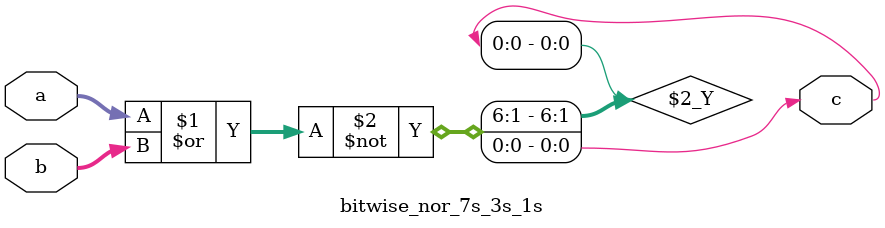
<source format=v>
module bitwise_nor_7s_3s_1s(a, b, c);
  input signed [6:0] a;
  input signed [2:0] b;
  output signed c;
  assign c = a ~| b;
endmodule

</source>
